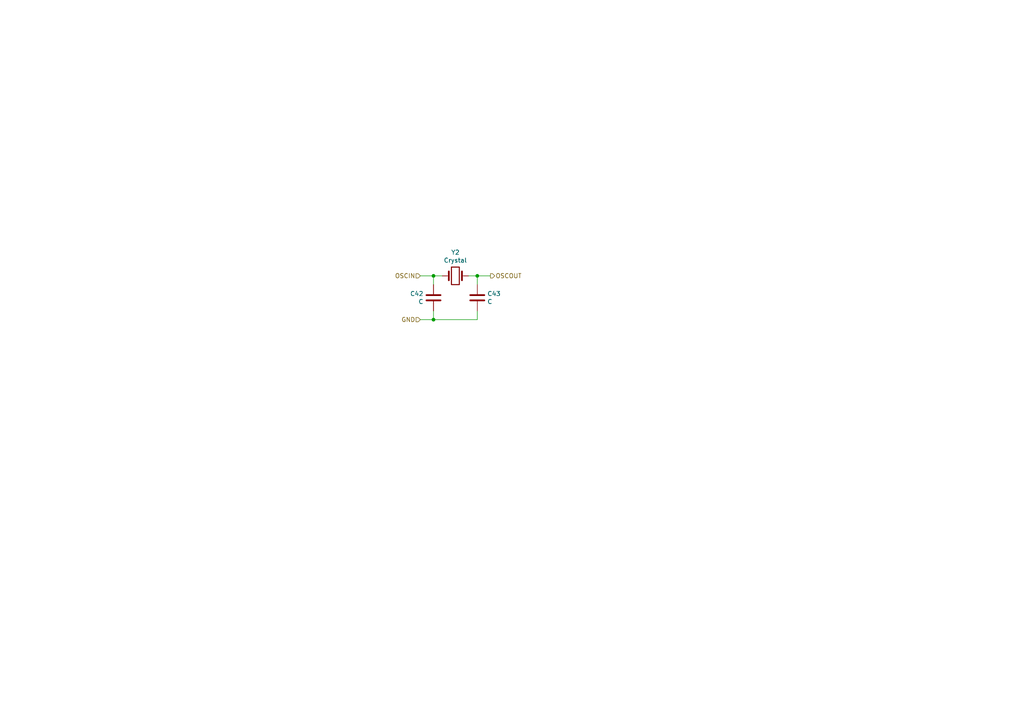
<source format=kicad_sch>
(kicad_sch (version 20211123) (generator eeschema)
  (paper "A4")
  (lib_symbols
    (symbol "Device:C" (pin_numbers hide) (pin_names (offset 0.254))
      (property "Reference" "C" (at 0.635 2.54 0))
      (property "Value" "C" (at 0.635 -2.54 0))
      (symbol "C_0_1"
        (polyline (pts (xy -2.032 -0.762) (xy 2.032 -0.762)) (stroke (width 0.508)))
        (polyline (pts (xy -2.032 0.762) (xy 2.032 0.762)) (stroke (width 0.508)))
      )
      (symbol "C_1_1"
        (pin passive line (at 0 3.81 270) (length 2.794) (name "~") (number "1"))
        (pin passive line (at 0 -3.81 90) (length 2.794) (name "~") (number "2"))
      )
    )
    (symbol "Device:Crystal" (pin_numbers hide) (pin_names (offset 1.016) hide)
      (property "Reference" "Y" (at 0 3.81 0))
      (property "Value" "Crystal" (at 0 -3.81 0))
      (symbol "Crystal_0_1"
        (rectangle (start -1.143 2.54) (end 1.143 -2.54) (stroke (width 0.3048)))
        (polyline (pts (xy -2.54 0) (xy -1.905 0)))
        (polyline (pts (xy -1.905 -1.27) (xy -1.905 1.27)) (stroke (width 0.508)))
        (polyline (pts (xy 1.905 -1.27) (xy 1.905 1.27)) (stroke (width 0.508)))
        (polyline (pts (xy 2.54 0) (xy 1.905 0)))
      )
      (symbol "Crystal_1_1"
        (pin passive line (at -3.81 0 0) (length 1.27) (name "1") (number "1"))
        (pin passive line (at 3.81 0 180) (length 1.27) (name "2") (number "2"))
      )
    )
  )
  (junction (at 125.73 92.71))
  (junction (at 125.73 80.01))
  (junction (at 138.43 80.01))
  (wire (pts (xy 125.73 92.71) (xy 138.43 92.71)))
  (wire (pts (xy 121.92 92.71) (xy 125.73 92.71)))
  (wire (pts (xy 121.92 80.01) (xy 125.73 80.01)))
  (wire (pts (xy 138.43 92.71) (xy 138.43 90.17)))
  (wire (pts (xy 138.43 82.55) (xy 138.43 80.01)))
  (wire (pts (xy 142.24 80.01) (xy 138.43 80.01)))
  (wire (pts (xy 125.73 92.71) (xy 125.73 90.17)))
  (wire (pts (xy 138.43 80.01) (xy 135.89 80.01)))
  (wire (pts (xy 125.73 80.01) (xy 125.73 82.55)))
  (wire (pts (xy 128.27 80.01) (xy 125.73 80.01)))
  (hierarchical_label "OSCIN" (shape input) (at 121.92 80.01 180))
  (hierarchical_label "GND" (shape input) (at 121.92 92.71 180))
  (hierarchical_label "OSCOUT" (shape output) (at 142.24 80.01 0))
  (symbol (lib_id "Device:Crystal") (at 132.08 80.01 0) (unit 1)
    (property "Reference" "Y2" (at 132.08 73.2028 0))
    (property "Value" "Crystal" (at 132.08 75.5142 0))
  )
  (symbol (lib_id "Device:C") (at 125.73 86.36 0) (mirror x) (unit 1)
    (property "Reference" "C42" (at 122.8344 85.1916 0) (effects (justify right)))
    (property "Value" "C" (at 122.8344 87.503 0) (effects (justify right)))
  )
  (symbol (lib_id "Device:C") (at 138.43 86.36 180) (unit 1)
    (property "Reference" "C43" (at 141.3256 85.1916 0) (effects (justify right)))
    (property "Value" "C" (at 141.3256 87.503 0) (effects (justify right)))
  )
)
</source>
